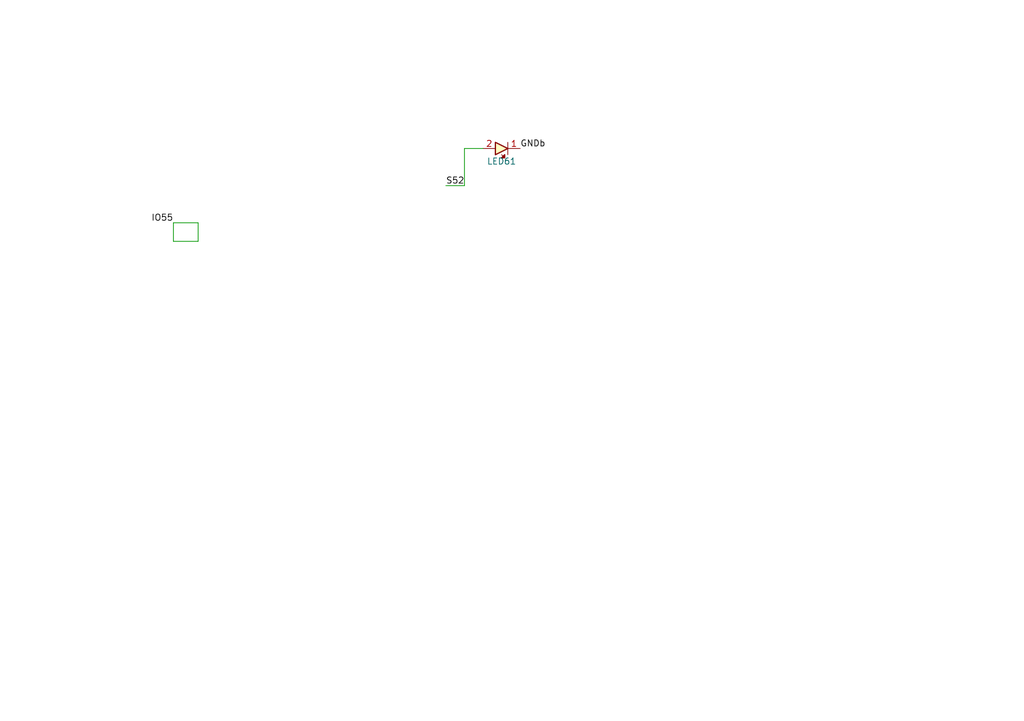
<source format=kicad_sch>
(kicad_sch (version 20250114) (generator "eeschema") (generator_version "9.0")
  (paper "A5")
  (title_block (title "HCP65 56pin Component Tester") (date "2025-08-17") (rev "V1"))
  (lib_symbols
    (symbol "Wurth_Elektronik:150224VS73100A" (pin_names (offset 0.762))
      (property "Reference" "LED" (at 0 1.905 0))
      (property "Description" "green LED" (at 0 -3.175 0))
      (symbol "150224VS73100A_0_0"
        (pin passive line (at -3.81 0 0) (length 2.54) (name "") (number "1"))
        (pin passive line (at 3.81 0 180) (length 2.54) (name "~") (number "2"))
      )
      (symbol "150224VS73100A_0_1"
        (polyline (pts (xy -1.27 1.27) (xy -1.27 -1.27)) (stroke (width 0.1524)))
        (polyline (pts (xy -1.27 0) (xy 1.27 1.27) (xy 1.27 -1.27) (xy -1.27 0)) (stroke (width 0.254)) (fill (type background)))
        (polyline (pts (xy 0 1.905) (xy -0.635 1.27) (xy -0.635 1.905) (xy 0 1.905)) (stroke (width 0.254)) (fill (type outline)))
        (polyline (pts (xy 0 1.27) (xy -0.635 1.905)) (stroke (width 0.1524)))
      )
    )
  )
  (wire (pts (xy 95.25 30.48) (xy 95.25 38.1)))
  (wire (pts (xy 99.06 30.48) (xy 95.25 30.48)))
  (wire (pts (xy 35.56 49.53) (xy 40.64 49.53)))
  (wire (pts (xy 40.64 45.72) (xy 40.64 49.53)))
  (wire (pts (xy 35.56 45.72) (xy 40.64 45.72)))
  (wire (pts (xy 35.56 45.72) (xy 35.56 49.53)))
  (wire (pts (xy 95.25 38.1) (xy 91.44 38.1)))
  (label "GNDb" (at 106.68 30.48 0))
  (label "IO55" (at 35.56 45.72 180))
  (label "S52" (at 91.44 38.1 0))
  (symbol (lib_id "Wurth_Elektronik:150224VS73100A") (at 102.87 30.48 180) (unit 1)
    (property "Reference" "LED61" (at 102.87 32.385 0) (effects (justify bottom)))
    (property "Value" "150224VS73100A" (effects (hide yes)))
    (property "Footprint" "SamacSys_Parts:150224VS73100A" (effects (hide yes)))
    (property "Datasheet" "https://www.we-online.com/katalog/datasheet/150224VS73100A.pdf" (effects (hide yes)))
    (property "Description" "green LED" (effects (hide yes)))
    (property "Height" "1.41" (effects (hide yes)))
    (property "Manufacturer_Name" "Wurth Elektronik" (effects (hide yes)))
    (property "Manufacturer_Part_Number" "150224VS73100A" (effects (hide yes)))
    (property "Mouser Part Number" "710-150224VS73100A" (effects (hide yes)))
    (property "Mouser Price/Stock" "https://www.mouser.co.uk/ProductDetail/Wurth-Elektronik/150224VS73100A?qs=8Aam6%252B7C6HG2%2FfdOsQ%2FdNg%3D%3D" (effects (hide yes)))
    (property "Silkscreen" "grn" (effects (hide yes)))
    (property "Garbage" "Green LED" (effects (hide yes)))
  )
)
</source>
